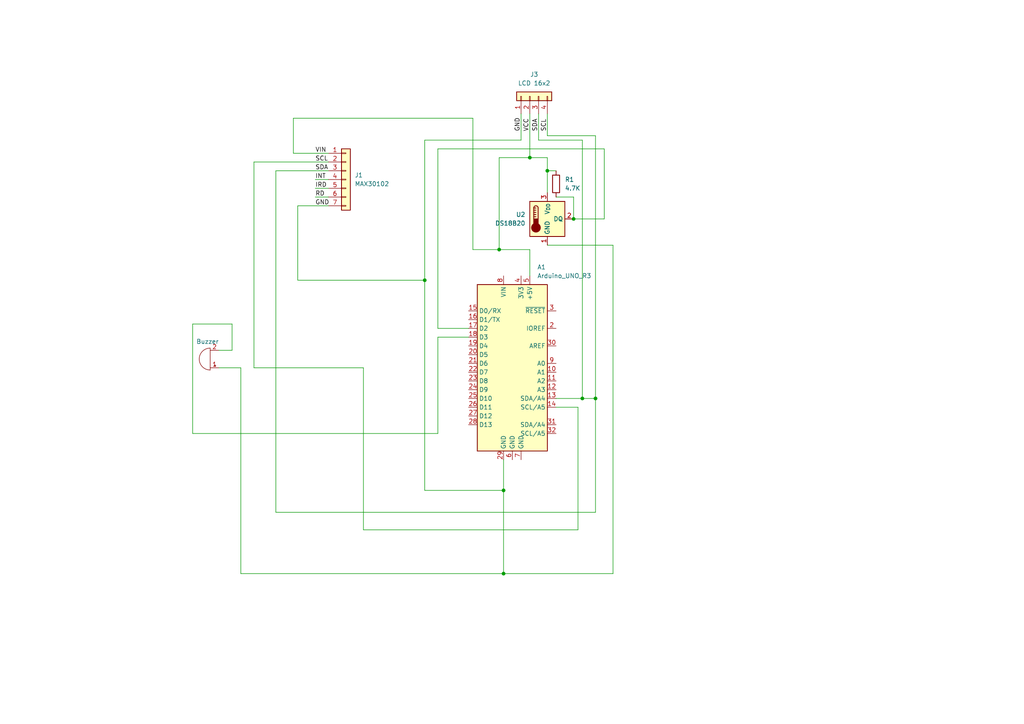
<source format=kicad_sch>
(kicad_sch
	(version 20250114)
	(generator "eeschema")
	(generator_version "9.0")
	(uuid "2d93e88d-08fb-4cf3-97d7-a2cfb6eb5d85")
	(paper "A4")
	(lib_symbols
		(symbol "Connector_Generic:Conn_01x04"
			(pin_names
				(offset 1.016)
				(hide yes)
			)
			(exclude_from_sim no)
			(in_bom yes)
			(on_board yes)
			(property "Reference" "J"
				(at 0 5.08 0)
				(effects
					(font
						(size 1.27 1.27)
					)
				)
			)
			(property "Value" "Conn_01x04"
				(at 0 -7.62 0)
				(effects
					(font
						(size 1.27 1.27)
					)
				)
			)
			(property "Footprint" ""
				(at 0 0 0)
				(effects
					(font
						(size 1.27 1.27)
					)
					(hide yes)
				)
			)
			(property "Datasheet" "~"
				(at 0 0 0)
				(effects
					(font
						(size 1.27 1.27)
					)
					(hide yes)
				)
			)
			(property "Description" "Generic connector, single row, 01x04, script generated (kicad-library-utils/schlib/autogen/connector/)"
				(at 0 0 0)
				(effects
					(font
						(size 1.27 1.27)
					)
					(hide yes)
				)
			)
			(property "ki_keywords" "connector"
				(at 0 0 0)
				(effects
					(font
						(size 1.27 1.27)
					)
					(hide yes)
				)
			)
			(property "ki_fp_filters" "Connector*:*_1x??_*"
				(at 0 0 0)
				(effects
					(font
						(size 1.27 1.27)
					)
					(hide yes)
				)
			)
			(symbol "Conn_01x04_1_1"
				(rectangle
					(start -1.27 3.81)
					(end 1.27 -6.35)
					(stroke
						(width 0.254)
						(type default)
					)
					(fill
						(type background)
					)
				)
				(rectangle
					(start -1.27 2.667)
					(end 0 2.413)
					(stroke
						(width 0.1524)
						(type default)
					)
					(fill
						(type none)
					)
				)
				(rectangle
					(start -1.27 0.127)
					(end 0 -0.127)
					(stroke
						(width 0.1524)
						(type default)
					)
					(fill
						(type none)
					)
				)
				(rectangle
					(start -1.27 -2.413)
					(end 0 -2.667)
					(stroke
						(width 0.1524)
						(type default)
					)
					(fill
						(type none)
					)
				)
				(rectangle
					(start -1.27 -4.953)
					(end 0 -5.207)
					(stroke
						(width 0.1524)
						(type default)
					)
					(fill
						(type none)
					)
				)
				(pin passive line
					(at -5.08 2.54 0)
					(length 3.81)
					(name "Pin_1"
						(effects
							(font
								(size 1.27 1.27)
							)
						)
					)
					(number "1"
						(effects
							(font
								(size 1.27 1.27)
							)
						)
					)
				)
				(pin passive line
					(at -5.08 0 0)
					(length 3.81)
					(name "Pin_2"
						(effects
							(font
								(size 1.27 1.27)
							)
						)
					)
					(number "2"
						(effects
							(font
								(size 1.27 1.27)
							)
						)
					)
				)
				(pin passive line
					(at -5.08 -2.54 0)
					(length 3.81)
					(name "Pin_3"
						(effects
							(font
								(size 1.27 1.27)
							)
						)
					)
					(number "3"
						(effects
							(font
								(size 1.27 1.27)
							)
						)
					)
				)
				(pin passive line
					(at -5.08 -5.08 0)
					(length 3.81)
					(name "Pin_4"
						(effects
							(font
								(size 1.27 1.27)
							)
						)
					)
					(number "4"
						(effects
							(font
								(size 1.27 1.27)
							)
						)
					)
				)
			)
			(embedded_fonts no)
		)
		(symbol "Connector_Generic:Conn_01x07"
			(pin_names
				(offset 1.016)
				(hide yes)
			)
			(exclude_from_sim no)
			(in_bom yes)
			(on_board yes)
			(property "Reference" "J"
				(at 0 10.16 0)
				(effects
					(font
						(size 1.27 1.27)
					)
				)
			)
			(property "Value" "Conn_01x07"
				(at 0 -10.16 0)
				(effects
					(font
						(size 1.27 1.27)
					)
				)
			)
			(property "Footprint" ""
				(at 0 0 0)
				(effects
					(font
						(size 1.27 1.27)
					)
					(hide yes)
				)
			)
			(property "Datasheet" "~"
				(at 0 0 0)
				(effects
					(font
						(size 1.27 1.27)
					)
					(hide yes)
				)
			)
			(property "Description" "Generic connector, single row, 01x07, script generated (kicad-library-utils/schlib/autogen/connector/)"
				(at 0 0 0)
				(effects
					(font
						(size 1.27 1.27)
					)
					(hide yes)
				)
			)
			(property "ki_keywords" "connector"
				(at 0 0 0)
				(effects
					(font
						(size 1.27 1.27)
					)
					(hide yes)
				)
			)
			(property "ki_fp_filters" "Connector*:*_1x??_*"
				(at 0 0 0)
				(effects
					(font
						(size 1.27 1.27)
					)
					(hide yes)
				)
			)
			(symbol "Conn_01x07_1_1"
				(rectangle
					(start -1.27 8.89)
					(end 1.27 -8.89)
					(stroke
						(width 0.254)
						(type default)
					)
					(fill
						(type background)
					)
				)
				(rectangle
					(start -1.27 7.747)
					(end 0 7.493)
					(stroke
						(width 0.1524)
						(type default)
					)
					(fill
						(type none)
					)
				)
				(rectangle
					(start -1.27 5.207)
					(end 0 4.953)
					(stroke
						(width 0.1524)
						(type default)
					)
					(fill
						(type none)
					)
				)
				(rectangle
					(start -1.27 2.667)
					(end 0 2.413)
					(stroke
						(width 0.1524)
						(type default)
					)
					(fill
						(type none)
					)
				)
				(rectangle
					(start -1.27 0.127)
					(end 0 -0.127)
					(stroke
						(width 0.1524)
						(type default)
					)
					(fill
						(type none)
					)
				)
				(rectangle
					(start -1.27 -2.413)
					(end 0 -2.667)
					(stroke
						(width 0.1524)
						(type default)
					)
					(fill
						(type none)
					)
				)
				(rectangle
					(start -1.27 -4.953)
					(end 0 -5.207)
					(stroke
						(width 0.1524)
						(type default)
					)
					(fill
						(type none)
					)
				)
				(rectangle
					(start -1.27 -7.493)
					(end 0 -7.747)
					(stroke
						(width 0.1524)
						(type default)
					)
					(fill
						(type none)
					)
				)
				(pin passive line
					(at -5.08 7.62 0)
					(length 3.81)
					(name "Pin_1"
						(effects
							(font
								(size 1.27 1.27)
							)
						)
					)
					(number "1"
						(effects
							(font
								(size 1.27 1.27)
							)
						)
					)
				)
				(pin passive line
					(at -5.08 5.08 0)
					(length 3.81)
					(name "Pin_2"
						(effects
							(font
								(size 1.27 1.27)
							)
						)
					)
					(number "2"
						(effects
							(font
								(size 1.27 1.27)
							)
						)
					)
				)
				(pin passive line
					(at -5.08 2.54 0)
					(length 3.81)
					(name "Pin_3"
						(effects
							(font
								(size 1.27 1.27)
							)
						)
					)
					(number "3"
						(effects
							(font
								(size 1.27 1.27)
							)
						)
					)
				)
				(pin passive line
					(at -5.08 0 0)
					(length 3.81)
					(name "Pin_4"
						(effects
							(font
								(size 1.27 1.27)
							)
						)
					)
					(number "4"
						(effects
							(font
								(size 1.27 1.27)
							)
						)
					)
				)
				(pin passive line
					(at -5.08 -2.54 0)
					(length 3.81)
					(name "Pin_5"
						(effects
							(font
								(size 1.27 1.27)
							)
						)
					)
					(number "5"
						(effects
							(font
								(size 1.27 1.27)
							)
						)
					)
				)
				(pin passive line
					(at -5.08 -5.08 0)
					(length 3.81)
					(name "Pin_6"
						(effects
							(font
								(size 1.27 1.27)
							)
						)
					)
					(number "6"
						(effects
							(font
								(size 1.27 1.27)
							)
						)
					)
				)
				(pin passive line
					(at -5.08 -7.62 0)
					(length 3.81)
					(name "Pin_7"
						(effects
							(font
								(size 1.27 1.27)
							)
						)
					)
					(number "7"
						(effects
							(font
								(size 1.27 1.27)
							)
						)
					)
				)
			)
			(embedded_fonts no)
		)
		(symbol "Device:Buzzer"
			(pin_names
				(offset 0.0254)
				(hide yes)
			)
			(exclude_from_sim no)
			(in_bom yes)
			(on_board yes)
			(property "Reference" "BZ"
				(at 3.81 1.27 0)
				(effects
					(font
						(size 1.27 1.27)
					)
					(justify left)
				)
			)
			(property "Value" "Buzzer"
				(at 3.81 -1.27 0)
				(effects
					(font
						(size 1.27 1.27)
					)
					(justify left)
				)
			)
			(property "Footprint" ""
				(at -0.635 2.54 90)
				(effects
					(font
						(size 1.27 1.27)
					)
					(hide yes)
				)
			)
			(property "Datasheet" "~"
				(at -0.635 2.54 90)
				(effects
					(font
						(size 1.27 1.27)
					)
					(hide yes)
				)
			)
			(property "Description" "Buzzer, polarized"
				(at 0 0 0)
				(effects
					(font
						(size 1.27 1.27)
					)
					(hide yes)
				)
			)
			(property "ki_keywords" "quartz resonator ceramic"
				(at 0 0 0)
				(effects
					(font
						(size 1.27 1.27)
					)
					(hide yes)
				)
			)
			(property "ki_fp_filters" "*Buzzer*"
				(at 0 0 0)
				(effects
					(font
						(size 1.27 1.27)
					)
					(hide yes)
				)
			)
			(symbol "Buzzer_0_1"
				(polyline
					(pts
						(xy -1.651 1.905) (xy -1.143 1.905)
					)
					(stroke
						(width 0)
						(type default)
					)
					(fill
						(type none)
					)
				)
				(polyline
					(pts
						(xy -1.397 2.159) (xy -1.397 1.651)
					)
					(stroke
						(width 0)
						(type default)
					)
					(fill
						(type none)
					)
				)
				(arc
					(start 0 3.175)
					(mid 3.1612 0)
					(end 0 -3.175)
					(stroke
						(width 0)
						(type default)
					)
					(fill
						(type none)
					)
				)
				(polyline
					(pts
						(xy 0 3.175) (xy 0 -3.175)
					)
					(stroke
						(width 0)
						(type default)
					)
					(fill
						(type none)
					)
				)
			)
			(symbol "Buzzer_1_1"
				(pin passive line
					(at -2.54 2.54 0)
					(length 2.54)
					(name "+"
						(effects
							(font
								(size 1.27 1.27)
							)
						)
					)
					(number "1"
						(effects
							(font
								(size 1.27 1.27)
							)
						)
					)
				)
				(pin passive line
					(at -2.54 -2.54 0)
					(length 2.54)
					(name "-"
						(effects
							(font
								(size 1.27 1.27)
							)
						)
					)
					(number "2"
						(effects
							(font
								(size 1.27 1.27)
							)
						)
					)
				)
			)
			(embedded_fonts no)
		)
		(symbol "Device:R"
			(pin_numbers
				(hide yes)
			)
			(pin_names
				(offset 0)
			)
			(exclude_from_sim no)
			(in_bom yes)
			(on_board yes)
			(property "Reference" "R"
				(at 2.032 0 90)
				(effects
					(font
						(size 1.27 1.27)
					)
				)
			)
			(property "Value" "R"
				(at 0 0 90)
				(effects
					(font
						(size 1.27 1.27)
					)
				)
			)
			(property "Footprint" ""
				(at -1.778 0 90)
				(effects
					(font
						(size 1.27 1.27)
					)
					(hide yes)
				)
			)
			(property "Datasheet" "~"
				(at 0 0 0)
				(effects
					(font
						(size 1.27 1.27)
					)
					(hide yes)
				)
			)
			(property "Description" "Resistor"
				(at 0 0 0)
				(effects
					(font
						(size 1.27 1.27)
					)
					(hide yes)
				)
			)
			(property "ki_keywords" "R res resistor"
				(at 0 0 0)
				(effects
					(font
						(size 1.27 1.27)
					)
					(hide yes)
				)
			)
			(property "ki_fp_filters" "R_*"
				(at 0 0 0)
				(effects
					(font
						(size 1.27 1.27)
					)
					(hide yes)
				)
			)
			(symbol "R_0_1"
				(rectangle
					(start -1.016 -2.54)
					(end 1.016 2.54)
					(stroke
						(width 0.254)
						(type default)
					)
					(fill
						(type none)
					)
				)
			)
			(symbol "R_1_1"
				(pin passive line
					(at 0 3.81 270)
					(length 1.27)
					(name "~"
						(effects
							(font
								(size 1.27 1.27)
							)
						)
					)
					(number "1"
						(effects
							(font
								(size 1.27 1.27)
							)
						)
					)
				)
				(pin passive line
					(at 0 -3.81 90)
					(length 1.27)
					(name "~"
						(effects
							(font
								(size 1.27 1.27)
							)
						)
					)
					(number "2"
						(effects
							(font
								(size 1.27 1.27)
							)
						)
					)
				)
			)
			(embedded_fonts no)
		)
		(symbol "MCU_Module:Arduino_UNO_R3"
			(exclude_from_sim no)
			(in_bom yes)
			(on_board yes)
			(property "Reference" "A"
				(at -10.16 23.495 0)
				(effects
					(font
						(size 1.27 1.27)
					)
					(justify left bottom)
				)
			)
			(property "Value" "Arduino_UNO_R3"
				(at 5.08 -26.67 0)
				(effects
					(font
						(size 1.27 1.27)
					)
					(justify left top)
				)
			)
			(property "Footprint" "Module:Arduino_UNO_R3"
				(at 0 0 0)
				(effects
					(font
						(size 1.27 1.27)
						(italic yes)
					)
					(hide yes)
				)
			)
			(property "Datasheet" "https://www.arduino.cc/en/Main/arduinoBoardUno"
				(at 0 0 0)
				(effects
					(font
						(size 1.27 1.27)
					)
					(hide yes)
				)
			)
			(property "Description" "Arduino UNO Microcontroller Module, release 3"
				(at 0 0 0)
				(effects
					(font
						(size 1.27 1.27)
					)
					(hide yes)
				)
			)
			(property "ki_keywords" "Arduino UNO R3 Microcontroller Module Atmel AVR USB"
				(at 0 0 0)
				(effects
					(font
						(size 1.27 1.27)
					)
					(hide yes)
				)
			)
			(property "ki_fp_filters" "Arduino*UNO*R3*"
				(at 0 0 0)
				(effects
					(font
						(size 1.27 1.27)
					)
					(hide yes)
				)
			)
			(symbol "Arduino_UNO_R3_0_1"
				(rectangle
					(start -10.16 22.86)
					(end 10.16 -25.4)
					(stroke
						(width 0.254)
						(type default)
					)
					(fill
						(type background)
					)
				)
			)
			(symbol "Arduino_UNO_R3_1_1"
				(pin bidirectional line
					(at -12.7 15.24 0)
					(length 2.54)
					(name "D0/RX"
						(effects
							(font
								(size 1.27 1.27)
							)
						)
					)
					(number "15"
						(effects
							(font
								(size 1.27 1.27)
							)
						)
					)
				)
				(pin bidirectional line
					(at -12.7 12.7 0)
					(length 2.54)
					(name "D1/TX"
						(effects
							(font
								(size 1.27 1.27)
							)
						)
					)
					(number "16"
						(effects
							(font
								(size 1.27 1.27)
							)
						)
					)
				)
				(pin bidirectional line
					(at -12.7 10.16 0)
					(length 2.54)
					(name "D2"
						(effects
							(font
								(size 1.27 1.27)
							)
						)
					)
					(number "17"
						(effects
							(font
								(size 1.27 1.27)
							)
						)
					)
				)
				(pin bidirectional line
					(at -12.7 7.62 0)
					(length 2.54)
					(name "D3"
						(effects
							(font
								(size 1.27 1.27)
							)
						)
					)
					(number "18"
						(effects
							(font
								(size 1.27 1.27)
							)
						)
					)
				)
				(pin bidirectional line
					(at -12.7 5.08 0)
					(length 2.54)
					(name "D4"
						(effects
							(font
								(size 1.27 1.27)
							)
						)
					)
					(number "19"
						(effects
							(font
								(size 1.27 1.27)
							)
						)
					)
				)
				(pin bidirectional line
					(at -12.7 2.54 0)
					(length 2.54)
					(name "D5"
						(effects
							(font
								(size 1.27 1.27)
							)
						)
					)
					(number "20"
						(effects
							(font
								(size 1.27 1.27)
							)
						)
					)
				)
				(pin bidirectional line
					(at -12.7 0 0)
					(length 2.54)
					(name "D6"
						(effects
							(font
								(size 1.27 1.27)
							)
						)
					)
					(number "21"
						(effects
							(font
								(size 1.27 1.27)
							)
						)
					)
				)
				(pin bidirectional line
					(at -12.7 -2.54 0)
					(length 2.54)
					(name "D7"
						(effects
							(font
								(size 1.27 1.27)
							)
						)
					)
					(number "22"
						(effects
							(font
								(size 1.27 1.27)
							)
						)
					)
				)
				(pin bidirectional line
					(at -12.7 -5.08 0)
					(length 2.54)
					(name "D8"
						(effects
							(font
								(size 1.27 1.27)
							)
						)
					)
					(number "23"
						(effects
							(font
								(size 1.27 1.27)
							)
						)
					)
				)
				(pin bidirectional line
					(at -12.7 -7.62 0)
					(length 2.54)
					(name "D9"
						(effects
							(font
								(size 1.27 1.27)
							)
						)
					)
					(number "24"
						(effects
							(font
								(size 1.27 1.27)
							)
						)
					)
				)
				(pin bidirectional line
					(at -12.7 -10.16 0)
					(length 2.54)
					(name "D10"
						(effects
							(font
								(size 1.27 1.27)
							)
						)
					)
					(number "25"
						(effects
							(font
								(size 1.27 1.27)
							)
						)
					)
				)
				(pin bidirectional line
					(at -12.7 -12.7 0)
					(length 2.54)
					(name "D11"
						(effects
							(font
								(size 1.27 1.27)
							)
						)
					)
					(number "26"
						(effects
							(font
								(size 1.27 1.27)
							)
						)
					)
				)
				(pin bidirectional line
					(at -12.7 -15.24 0)
					(length 2.54)
					(name "D12"
						(effects
							(font
								(size 1.27 1.27)
							)
						)
					)
					(number "27"
						(effects
							(font
								(size 1.27 1.27)
							)
						)
					)
				)
				(pin bidirectional line
					(at -12.7 -17.78 0)
					(length 2.54)
					(name "D13"
						(effects
							(font
								(size 1.27 1.27)
							)
						)
					)
					(number "28"
						(effects
							(font
								(size 1.27 1.27)
							)
						)
					)
				)
				(pin no_connect line
					(at -10.16 -20.32 0)
					(length 2.54)
					(hide yes)
					(name "NC"
						(effects
							(font
								(size 1.27 1.27)
							)
						)
					)
					(number "1"
						(effects
							(font
								(size 1.27 1.27)
							)
						)
					)
				)
				(pin power_in line
					(at -2.54 25.4 270)
					(length 2.54)
					(name "VIN"
						(effects
							(font
								(size 1.27 1.27)
							)
						)
					)
					(number "8"
						(effects
							(font
								(size 1.27 1.27)
							)
						)
					)
				)
				(pin power_in line
					(at -2.54 -27.94 90)
					(length 2.54)
					(name "GND"
						(effects
							(font
								(size 1.27 1.27)
							)
						)
					)
					(number "29"
						(effects
							(font
								(size 1.27 1.27)
							)
						)
					)
				)
				(pin power_in line
					(at 0 -27.94 90)
					(length 2.54)
					(name "GND"
						(effects
							(font
								(size 1.27 1.27)
							)
						)
					)
					(number "6"
						(effects
							(font
								(size 1.27 1.27)
							)
						)
					)
				)
				(pin power_out line
					(at 2.54 25.4 270)
					(length 2.54)
					(name "3V3"
						(effects
							(font
								(size 1.27 1.27)
							)
						)
					)
					(number "4"
						(effects
							(font
								(size 1.27 1.27)
							)
						)
					)
				)
				(pin power_in line
					(at 2.54 -27.94 90)
					(length 2.54)
					(name "GND"
						(effects
							(font
								(size 1.27 1.27)
							)
						)
					)
					(number "7"
						(effects
							(font
								(size 1.27 1.27)
							)
						)
					)
				)
				(pin power_out line
					(at 5.08 25.4 270)
					(length 2.54)
					(name "+5V"
						(effects
							(font
								(size 1.27 1.27)
							)
						)
					)
					(number "5"
						(effects
							(font
								(size 1.27 1.27)
							)
						)
					)
				)
				(pin input line
					(at 12.7 15.24 180)
					(length 2.54)
					(name "~{RESET}"
						(effects
							(font
								(size 1.27 1.27)
							)
						)
					)
					(number "3"
						(effects
							(font
								(size 1.27 1.27)
							)
						)
					)
				)
				(pin output line
					(at 12.7 10.16 180)
					(length 2.54)
					(name "IOREF"
						(effects
							(font
								(size 1.27 1.27)
							)
						)
					)
					(number "2"
						(effects
							(font
								(size 1.27 1.27)
							)
						)
					)
				)
				(pin input line
					(at 12.7 5.08 180)
					(length 2.54)
					(name "AREF"
						(effects
							(font
								(size 1.27 1.27)
							)
						)
					)
					(number "30"
						(effects
							(font
								(size 1.27 1.27)
							)
						)
					)
				)
				(pin bidirectional line
					(at 12.7 0 180)
					(length 2.54)
					(name "A0"
						(effects
							(font
								(size 1.27 1.27)
							)
						)
					)
					(number "9"
						(effects
							(font
								(size 1.27 1.27)
							)
						)
					)
				)
				(pin bidirectional line
					(at 12.7 -2.54 180)
					(length 2.54)
					(name "A1"
						(effects
							(font
								(size 1.27 1.27)
							)
						)
					)
					(number "10"
						(effects
							(font
								(size 1.27 1.27)
							)
						)
					)
				)
				(pin bidirectional line
					(at 12.7 -5.08 180)
					(length 2.54)
					(name "A2"
						(effects
							(font
								(size 1.27 1.27)
							)
						)
					)
					(number "11"
						(effects
							(font
								(size 1.27 1.27)
							)
						)
					)
				)
				(pin bidirectional line
					(at 12.7 -7.62 180)
					(length 2.54)
					(name "A3"
						(effects
							(font
								(size 1.27 1.27)
							)
						)
					)
					(number "12"
						(effects
							(font
								(size 1.27 1.27)
							)
						)
					)
				)
				(pin bidirectional line
					(at 12.7 -10.16 180)
					(length 2.54)
					(name "SDA/A4"
						(effects
							(font
								(size 1.27 1.27)
							)
						)
					)
					(number "13"
						(effects
							(font
								(size 1.27 1.27)
							)
						)
					)
				)
				(pin bidirectional line
					(at 12.7 -12.7 180)
					(length 2.54)
					(name "SCL/A5"
						(effects
							(font
								(size 1.27 1.27)
							)
						)
					)
					(number "14"
						(effects
							(font
								(size 1.27 1.27)
							)
						)
					)
				)
				(pin bidirectional line
					(at 12.7 -17.78 180)
					(length 2.54)
					(name "SDA/A4"
						(effects
							(font
								(size 1.27 1.27)
							)
						)
					)
					(number "31"
						(effects
							(font
								(size 1.27 1.27)
							)
						)
					)
				)
				(pin bidirectional line
					(at 12.7 -20.32 180)
					(length 2.54)
					(name "SCL/A5"
						(effects
							(font
								(size 1.27 1.27)
							)
						)
					)
					(number "32"
						(effects
							(font
								(size 1.27 1.27)
							)
						)
					)
				)
			)
			(embedded_fonts no)
		)
		(symbol "Sensor_Temperature:DS18B20"
			(exclude_from_sim no)
			(in_bom yes)
			(on_board yes)
			(property "Reference" "U"
				(at -3.81 6.35 0)
				(effects
					(font
						(size 1.27 1.27)
					)
				)
			)
			(property "Value" "DS18B20"
				(at 6.35 6.35 0)
				(effects
					(font
						(size 1.27 1.27)
					)
				)
			)
			(property "Footprint" "Package_TO_SOT_THT:TO-92_Inline"
				(at -25.4 -6.35 0)
				(effects
					(font
						(size 1.27 1.27)
					)
					(hide yes)
				)
			)
			(property "Datasheet" "http://datasheets.maximintegrated.com/en/ds/DS18B20.pdf"
				(at -3.81 6.35 0)
				(effects
					(font
						(size 1.27 1.27)
					)
					(hide yes)
				)
			)
			(property "Description" "Programmable Resolution 1-Wire Digital Thermometer TO-92"
				(at 0 0 0)
				(effects
					(font
						(size 1.27 1.27)
					)
					(hide yes)
				)
			)
			(property "ki_keywords" "OneWire 1Wire Dallas Maxim"
				(at 0 0 0)
				(effects
					(font
						(size 1.27 1.27)
					)
					(hide yes)
				)
			)
			(property "ki_fp_filters" "TO*92*"
				(at 0 0 0)
				(effects
					(font
						(size 1.27 1.27)
					)
					(hide yes)
				)
			)
			(symbol "DS18B20_0_1"
				(rectangle
					(start -5.08 5.08)
					(end 5.08 -5.08)
					(stroke
						(width 0.254)
						(type default)
					)
					(fill
						(type background)
					)
				)
				(polyline
					(pts
						(xy -3.937 3.175) (xy -3.937 0)
					)
					(stroke
						(width 0.254)
						(type default)
					)
					(fill
						(type none)
					)
				)
				(polyline
					(pts
						(xy -3.937 3.175) (xy -3.302 3.175)
					)
					(stroke
						(width 0.254)
						(type default)
					)
					(fill
						(type none)
					)
				)
				(polyline
					(pts
						(xy -3.937 2.54) (xy -3.302 2.54)
					)
					(stroke
						(width 0.254)
						(type default)
					)
					(fill
						(type none)
					)
				)
				(polyline
					(pts
						(xy -3.937 1.905) (xy -3.302 1.905)
					)
					(stroke
						(width 0.254)
						(type default)
					)
					(fill
						(type none)
					)
				)
				(polyline
					(pts
						(xy -3.937 1.27) (xy -3.302 1.27)
					)
					(stroke
						(width 0.254)
						(type default)
					)
					(fill
						(type none)
					)
				)
				(polyline
					(pts
						(xy -3.937 0.635) (xy -3.302 0.635)
					)
					(stroke
						(width 0.254)
						(type default)
					)
					(fill
						(type none)
					)
				)
				(arc
					(start -3.937 3.175)
					(mid -3.302 3.8073)
					(end -2.667 3.175)
					(stroke
						(width 0.254)
						(type default)
					)
					(fill
						(type none)
					)
				)
				(circle
					(center -3.302 -2.54)
					(radius 1.27)
					(stroke
						(width 0.254)
						(type default)
					)
					(fill
						(type outline)
					)
				)
				(polyline
					(pts
						(xy -2.667 3.175) (xy -2.667 0)
					)
					(stroke
						(width 0.254)
						(type default)
					)
					(fill
						(type none)
					)
				)
				(rectangle
					(start -2.667 -1.905)
					(end -3.937 0)
					(stroke
						(width 0.254)
						(type default)
					)
					(fill
						(type outline)
					)
				)
			)
			(symbol "DS18B20_1_1"
				(pin power_in line
					(at 0 7.62 270)
					(length 2.54)
					(name "V_{DD}"
						(effects
							(font
								(size 1.27 1.27)
							)
						)
					)
					(number "3"
						(effects
							(font
								(size 1.27 1.27)
							)
						)
					)
				)
				(pin power_in line
					(at 0 -7.62 90)
					(length 2.54)
					(name "GND"
						(effects
							(font
								(size 1.27 1.27)
							)
						)
					)
					(number "1"
						(effects
							(font
								(size 1.27 1.27)
							)
						)
					)
				)
				(pin bidirectional line
					(at 7.62 0 180)
					(length 2.54)
					(name "DQ"
						(effects
							(font
								(size 1.27 1.27)
							)
						)
					)
					(number "2"
						(effects
							(font
								(size 1.27 1.27)
							)
						)
					)
				)
			)
			(embedded_fonts no)
		)
	)
	(junction
		(at 172.72 115.57)
		(diameter 0)
		(color 0 0 0 0)
		(uuid "42ebed80-3a9b-4ddd-a4f5-3a75e4b7e30e")
	)
	(junction
		(at 158.75 49.53)
		(diameter 0)
		(color 0 0 0 0)
		(uuid "67de3d31-04df-463b-b382-bdae0e1bc168")
	)
	(junction
		(at 168.91 115.57)
		(diameter 0)
		(color 0 0 0 0)
		(uuid "75038e0f-d7fb-4f6b-99cc-48b7fd70368b")
	)
	(junction
		(at 166.37 63.5)
		(diameter 0)
		(color 0 0 0 0)
		(uuid "8d7626c6-616e-409d-abf8-33b439374353")
	)
	(junction
		(at 144.78 72.39)
		(diameter 0)
		(color 0 0 0 0)
		(uuid "ab0f3779-0c02-4e10-9a99-d19030002cd3")
	)
	(junction
		(at 153.67 45.72)
		(diameter 0)
		(color 0 0 0 0)
		(uuid "bb1ba601-ca8c-4006-baae-16f863895e45")
	)
	(junction
		(at 146.05 142.24)
		(diameter 0)
		(color 0 0 0 0)
		(uuid "be2f826d-0f92-4531-a01c-cb934ad5356f")
	)
	(junction
		(at 146.05 166.37)
		(diameter 0)
		(color 0 0 0 0)
		(uuid "fc327beb-e9f9-4991-9c7d-a5cb7d5ee7dd")
	)
	(junction
		(at 123.19 81.28)
		(diameter 0)
		(color 0 0 0 0)
		(uuid "fcdcaf51-dce5-4181-a002-9e5a65c97032")
	)
	(wire
		(pts
			(xy 158.75 71.12) (xy 177.8 71.12)
		)
		(stroke
			(width 0)
			(type default)
		)
		(uuid "007fb2f8-1aed-43e2-af62-f895a164ce90")
	)
	(wire
		(pts
			(xy 69.85 106.68) (xy 69.85 166.37)
		)
		(stroke
			(width 0)
			(type default)
		)
		(uuid "0cfbe9dc-250c-4cf2-a90c-57ce6f57d63b")
	)
	(wire
		(pts
			(xy 144.78 45.72) (xy 144.78 72.39)
		)
		(stroke
			(width 0)
			(type default)
		)
		(uuid "0e97068e-950c-4eac-9b46-999a6a3e3204")
	)
	(wire
		(pts
			(xy 127 95.25) (xy 135.89 95.25)
		)
		(stroke
			(width 0)
			(type default)
		)
		(uuid "0f664ccb-8e5b-47c7-bbab-4c3fbe468eb8")
	)
	(wire
		(pts
			(xy 151.13 33.02) (xy 151.13 40.64)
		)
		(stroke
			(width 0)
			(type default)
		)
		(uuid "12bd6ad4-e555-40d4-9cc3-ba17b2d63a07")
	)
	(wire
		(pts
			(xy 166.37 57.15) (xy 166.37 63.5)
		)
		(stroke
			(width 0)
			(type default)
		)
		(uuid "167c6174-2745-436e-b007-48197da028e8")
	)
	(wire
		(pts
			(xy 168.91 40.64) (xy 168.91 115.57)
		)
		(stroke
			(width 0)
			(type default)
		)
		(uuid "168b8122-762c-45e9-badf-9579ff8b5e88")
	)
	(wire
		(pts
			(xy 67.31 101.6) (xy 67.31 93.98)
		)
		(stroke
			(width 0)
			(type default)
		)
		(uuid "171ee7d2-409f-4257-ba01-682d521f0114")
	)
	(wire
		(pts
			(xy 153.67 72.39) (xy 153.67 80.01)
		)
		(stroke
			(width 0)
			(type default)
		)
		(uuid "186425eb-607a-43e3-951b-2dfb9675dfd3")
	)
	(wire
		(pts
			(xy 55.88 125.73) (xy 127 125.73)
		)
		(stroke
			(width 0)
			(type default)
		)
		(uuid "18b268ca-506a-4f3d-8099-b83737076cbb")
	)
	(wire
		(pts
			(xy 123.19 81.28) (xy 86.36 81.28)
		)
		(stroke
			(width 0)
			(type default)
		)
		(uuid "1d09e523-72d9-4ea3-8b6f-1c036abdccdd")
	)
	(wire
		(pts
			(xy 158.75 39.37) (xy 172.72 39.37)
		)
		(stroke
			(width 0)
			(type default)
		)
		(uuid "24e83502-155c-4021-8eb7-6df7e786c644")
	)
	(wire
		(pts
			(xy 156.21 33.02) (xy 156.21 40.64)
		)
		(stroke
			(width 0)
			(type default)
		)
		(uuid "26270b7c-41ce-4461-9808-5a87ba1be526")
	)
	(wire
		(pts
			(xy 172.72 148.59) (xy 172.72 115.57)
		)
		(stroke
			(width 0)
			(type default)
		)
		(uuid "277ad41c-cfd9-453a-aac0-041d0d165171")
	)
	(wire
		(pts
			(xy 167.64 153.67) (xy 167.64 118.11)
		)
		(stroke
			(width 0)
			(type default)
		)
		(uuid "30a727ef-1197-4bd5-9eaa-9acbfb680bfc")
	)
	(wire
		(pts
			(xy 73.66 106.68) (xy 73.66 46.99)
		)
		(stroke
			(width 0)
			(type default)
		)
		(uuid "31142fb3-bbba-419d-86e2-f53f93e34b30")
	)
	(wire
		(pts
			(xy 85.09 44.45) (xy 85.09 34.29)
		)
		(stroke
			(width 0)
			(type default)
		)
		(uuid "35ef6808-c6fc-40cd-ba16-262c8855dcb8")
	)
	(wire
		(pts
			(xy 144.78 72.39) (xy 153.67 72.39)
		)
		(stroke
			(width 0)
			(type default)
		)
		(uuid "3aa8568e-6cf9-4441-b4b4-bf6d08f4430b")
	)
	(wire
		(pts
			(xy 137.16 34.29) (xy 137.16 72.39)
		)
		(stroke
			(width 0)
			(type default)
		)
		(uuid "3fb40baa-5423-4a25-95d3-7974a1d6d027")
	)
	(wire
		(pts
			(xy 105.41 106.68) (xy 105.41 153.67)
		)
		(stroke
			(width 0)
			(type default)
		)
		(uuid "4093de1c-9e44-4ea7-b78b-257e1f3bffb8")
	)
	(wire
		(pts
			(xy 156.21 40.64) (xy 168.91 40.64)
		)
		(stroke
			(width 0)
			(type default)
		)
		(uuid "43195042-0dda-408d-977c-8e850cff786d")
	)
	(wire
		(pts
			(xy 123.19 81.28) (xy 123.19 142.24)
		)
		(stroke
			(width 0)
			(type default)
		)
		(uuid "4bc410fa-705a-4d57-bf63-f4ad0ae1b7fe")
	)
	(wire
		(pts
			(xy 105.41 153.67) (xy 167.64 153.67)
		)
		(stroke
			(width 0)
			(type default)
		)
		(uuid "4e7e2abc-c9c5-43f2-a252-972b8982c137")
	)
	(wire
		(pts
			(xy 80.01 148.59) (xy 172.72 148.59)
		)
		(stroke
			(width 0)
			(type default)
		)
		(uuid "4fb2032d-b38d-419f-9174-bf035bdc218d")
	)
	(wire
		(pts
			(xy 166.37 63.5) (xy 175.26 63.5)
		)
		(stroke
			(width 0)
			(type default)
		)
		(uuid "55167119-ed90-47e4-8d79-123a2576b20c")
	)
	(wire
		(pts
			(xy 153.67 45.72) (xy 144.78 45.72)
		)
		(stroke
			(width 0)
			(type default)
		)
		(uuid "5567cd20-5ade-4923-bfd4-f9ab2c7d572e")
	)
	(wire
		(pts
			(xy 158.75 39.37) (xy 158.75 33.02)
		)
		(stroke
			(width 0)
			(type default)
		)
		(uuid "5f497f52-cda9-4f99-9233-3a382fe9711b")
	)
	(wire
		(pts
			(xy 153.67 33.02) (xy 153.67 45.72)
		)
		(stroke
			(width 0)
			(type default)
		)
		(uuid "62de29ab-2fc0-4c60-ad07-a5e3329036b9")
	)
	(wire
		(pts
			(xy 127 97.79) (xy 135.89 97.79)
		)
		(stroke
			(width 0)
			(type default)
		)
		(uuid "6521e350-2eee-4205-98bc-dfc728c4ff99")
	)
	(wire
		(pts
			(xy 91.44 52.07) (xy 95.25 52.07)
		)
		(stroke
			(width 0)
			(type default)
		)
		(uuid "66ae08fe-c41e-411a-91f4-a66c12d03906")
	)
	(wire
		(pts
			(xy 151.13 40.64) (xy 123.19 40.64)
		)
		(stroke
			(width 0)
			(type default)
		)
		(uuid "67e3c399-5122-4535-bfbc-ae2e74746dac")
	)
	(wire
		(pts
			(xy 158.75 45.72) (xy 158.75 49.53)
		)
		(stroke
			(width 0)
			(type default)
		)
		(uuid "6d7b8d22-1b73-4b29-b271-afe3fb5632a6")
	)
	(wire
		(pts
			(xy 85.09 34.29) (xy 137.16 34.29)
		)
		(stroke
			(width 0)
			(type default)
		)
		(uuid "6dc27640-40c2-4e15-9a38-39acd2152e56")
	)
	(wire
		(pts
			(xy 91.44 57.15) (xy 95.25 57.15)
		)
		(stroke
			(width 0)
			(type default)
		)
		(uuid "717b9abe-f847-4f9d-a8a0-fe1f5279409b")
	)
	(wire
		(pts
			(xy 63.5 101.6) (xy 67.31 101.6)
		)
		(stroke
			(width 0)
			(type default)
		)
		(uuid "740e0d4b-a60c-46aa-b313-5dd1f7e03d9f")
	)
	(wire
		(pts
			(xy 67.31 93.98) (xy 55.88 93.98)
		)
		(stroke
			(width 0)
			(type default)
		)
		(uuid "76143aa0-0a71-45fc-8fce-e7d13325c783")
	)
	(wire
		(pts
			(xy 172.72 115.57) (xy 168.91 115.57)
		)
		(stroke
			(width 0)
			(type default)
		)
		(uuid "7c85fd3f-386f-4af0-a2d0-2b9c544d762e")
	)
	(wire
		(pts
			(xy 158.75 45.72) (xy 153.67 45.72)
		)
		(stroke
			(width 0)
			(type default)
		)
		(uuid "7ebdb078-ea19-4fdb-86f4-10527858e760")
	)
	(wire
		(pts
			(xy 172.72 39.37) (xy 172.72 115.57)
		)
		(stroke
			(width 0)
			(type default)
		)
		(uuid "8ef75b98-fabc-45dd-8dda-cdaf6220a16e")
	)
	(wire
		(pts
			(xy 175.26 43.18) (xy 127 43.18)
		)
		(stroke
			(width 0)
			(type default)
		)
		(uuid "8f199500-dbd7-42c1-9846-6b8f62a1f12c")
	)
	(wire
		(pts
			(xy 158.75 49.53) (xy 158.75 55.88)
		)
		(stroke
			(width 0)
			(type default)
		)
		(uuid "908d1396-a672-40d9-892d-2c1ae0be6241")
	)
	(wire
		(pts
			(xy 86.36 81.28) (xy 86.36 59.69)
		)
		(stroke
			(width 0)
			(type default)
		)
		(uuid "93b7076b-7aba-42b7-ad9e-cb2227c4afeb")
	)
	(wire
		(pts
			(xy 69.85 166.37) (xy 146.05 166.37)
		)
		(stroke
			(width 0)
			(type default)
		)
		(uuid "96dd69c4-c0f0-4ca4-942c-28c26d1946b5")
	)
	(wire
		(pts
			(xy 161.29 57.15) (xy 166.37 57.15)
		)
		(stroke
			(width 0)
			(type default)
		)
		(uuid "9737f26f-1463-42a7-b789-dc2661498c0f")
	)
	(wire
		(pts
			(xy 146.05 142.24) (xy 146.05 133.35)
		)
		(stroke
			(width 0)
			(type default)
		)
		(uuid "9865b57c-a5f1-4f87-9026-101fe0315717")
	)
	(wire
		(pts
			(xy 73.66 106.68) (xy 105.41 106.68)
		)
		(stroke
			(width 0)
			(type default)
		)
		(uuid "9a141900-ba2d-4677-a87d-7ce7430bd151")
	)
	(wire
		(pts
			(xy 80.01 49.53) (xy 80.01 148.59)
		)
		(stroke
			(width 0)
			(type default)
		)
		(uuid "9c029d0d-32d0-424f-8577-e7ca951f373b")
	)
	(wire
		(pts
			(xy 127 125.73) (xy 127 97.79)
		)
		(stroke
			(width 0)
			(type default)
		)
		(uuid "a3a201bf-f522-48aa-9c60-0c3a8746466f")
	)
	(wire
		(pts
			(xy 55.88 93.98) (xy 55.88 125.73)
		)
		(stroke
			(width 0)
			(type default)
		)
		(uuid "a3afde2d-85e4-42c3-a0f9-545c5db53df3")
	)
	(wire
		(pts
			(xy 161.29 49.53) (xy 158.75 49.53)
		)
		(stroke
			(width 0)
			(type default)
		)
		(uuid "b109423f-9fa5-4b72-b356-7b8d876bb183")
	)
	(wire
		(pts
			(xy 127 43.18) (xy 127 95.25)
		)
		(stroke
			(width 0)
			(type default)
		)
		(uuid "b4462a51-f208-4ea6-bc5a-722227a369ae")
	)
	(wire
		(pts
			(xy 73.66 46.99) (xy 95.25 46.99)
		)
		(stroke
			(width 0)
			(type default)
		)
		(uuid "b7b27313-1208-47fa-b9f6-90bcb3f7f3ab")
	)
	(wire
		(pts
			(xy 85.09 44.45) (xy 95.25 44.45)
		)
		(stroke
			(width 0)
			(type default)
		)
		(uuid "b97b66b7-9b3b-463e-af87-7428a7aa7528")
	)
	(wire
		(pts
			(xy 91.44 54.61) (xy 95.25 54.61)
		)
		(stroke
			(width 0)
			(type default)
		)
		(uuid "c7ef78f6-0678-4915-b816-d9315e007f88")
	)
	(wire
		(pts
			(xy 177.8 71.12) (xy 177.8 166.37)
		)
		(stroke
			(width 0)
			(type default)
		)
		(uuid "c86a5457-ef40-4e53-ab8a-74d589c50116")
	)
	(wire
		(pts
			(xy 123.19 40.64) (xy 123.19 81.28)
		)
		(stroke
			(width 0)
			(type default)
		)
		(uuid "c9433320-6146-4471-aae6-9cf61b6027dc")
	)
	(wire
		(pts
			(xy 80.01 49.53) (xy 95.25 49.53)
		)
		(stroke
			(width 0)
			(type default)
		)
		(uuid "cb5edba0-0735-4976-ba46-3ded9a0a5c51")
	)
	(wire
		(pts
			(xy 168.91 115.57) (xy 161.29 115.57)
		)
		(stroke
			(width 0)
			(type default)
		)
		(uuid "cd11f603-d1a1-4bbb-923c-bb42b4594780")
	)
	(wire
		(pts
			(xy 123.19 142.24) (xy 146.05 142.24)
		)
		(stroke
			(width 0)
			(type default)
		)
		(uuid "d063bb6e-0ab6-4690-be8b-23273835a3b6")
	)
	(wire
		(pts
			(xy 137.16 72.39) (xy 144.78 72.39)
		)
		(stroke
			(width 0)
			(type default)
		)
		(uuid "dc278c29-f7f9-452e-a076-9717dd225c98")
	)
	(wire
		(pts
			(xy 86.36 59.69) (xy 95.25 59.69)
		)
		(stroke
			(width 0)
			(type default)
		)
		(uuid "dd404386-cd5f-4b5a-b761-e44984b30a66")
	)
	(wire
		(pts
			(xy 167.64 118.11) (xy 161.29 118.11)
		)
		(stroke
			(width 0)
			(type default)
		)
		(uuid "e6e46d87-0df8-44a2-a783-bacbf1c3ee58")
	)
	(wire
		(pts
			(xy 175.26 43.18) (xy 175.26 63.5)
		)
		(stroke
			(width 0)
			(type default)
		)
		(uuid "ed9efa71-4ba2-4008-8d21-7786ea58a07e")
	)
	(wire
		(pts
			(xy 146.05 166.37) (xy 146.05 142.24)
		)
		(stroke
			(width 0)
			(type default)
		)
		(uuid "eef07376-5eb2-4e0e-93e5-e486e4e95c17")
	)
	(wire
		(pts
			(xy 146.05 166.37) (xy 177.8 166.37)
		)
		(stroke
			(width 0)
			(type default)
		)
		(uuid "f743fe16-13f1-4b0f-9e3e-72155b1e90a5")
	)
	(wire
		(pts
			(xy 63.5 106.68) (xy 69.85 106.68)
		)
		(stroke
			(width 0)
			(type default)
		)
		(uuid "f8cfc0d7-7fc8-46c0-83ab-3f3f934d7386")
	)
	(label "SDA"
		(at 91.44 49.53 0)
		(effects
			(font
				(size 1.27 1.27)
			)
			(justify left bottom)
		)
		(uuid "203f21fd-bb05-4cda-a18f-1f6605643a6c")
	)
	(label "VCC"
		(at 153.67 38.1 90)
		(effects
			(font
				(size 1.27 1.27)
			)
			(justify left bottom)
		)
		(uuid "262b6766-ce3d-4fed-9d40-c90584653b63")
	)
	(label "RD"
		(at 91.44 57.15 0)
		(effects
			(font
				(size 1.27 1.27)
			)
			(justify left bottom)
		)
		(uuid "2ae6bd79-433c-4b81-bb75-8830dacddce7")
	)
	(label "SDA"
		(at 156.21 38.1 90)
		(effects
			(font
				(size 1.27 1.27)
			)
			(justify left bottom)
		)
		(uuid "44df49fd-0430-4c0c-be9e-64aa1c9737e7")
	)
	(label "GND"
		(at 151.13 38.1 90)
		(effects
			(font
				(size 1.27 1.27)
			)
			(justify left bottom)
		)
		(uuid "8a112ba5-22e5-4a00-a1d9-5022fe830b77")
	)
	(label "IRD"
		(at 91.44 54.61 0)
		(effects
			(font
				(size 1.27 1.27)
			)
			(justify left bottom)
		)
		(uuid "8e390488-747a-4a53-a1cb-ab919c165174")
	)
	(label "SCL"
		(at 158.75 38.1 90)
		(effects
			(font
				(size 1.27 1.27)
			)
			(justify left bottom)
		)
		(uuid "9c67ddb3-c77e-4f81-af5d-487810bf4161")
	)
	(label "VIN"
		(at 91.44 44.45 0)
		(effects
			(font
				(size 1.27 1.27)
			)
			(justify left bottom)
		)
		(uuid "9dc78a37-5955-449b-8c68-5d519ace2120")
	)
	(label "INT"
		(at 91.44 52.07 0)
		(effects
			(font
				(size 1.27 1.27)
			)
			(justify left bottom)
		)
		(uuid "9fad340e-dd88-4661-8655-cc9ad7eb85f2")
	)
	(label "GND"
		(at 91.44 59.69 0)
		(effects
			(font
				(size 1.27 1.27)
			)
			(justify left bottom)
		)
		(uuid "a5e1964d-9a3d-4f28-93ef-662e77cb96eb")
	)
	(label "SCL"
		(at 91.44 46.99 0)
		(effects
			(font
				(size 1.27 1.27)
			)
			(justify left bottom)
		)
		(uuid "f769930a-a34b-4dd4-84f6-7c70f9b0fb6c")
	)
	(symbol
		(lib_id "Connector_Generic:Conn_01x07")
		(at 100.33 52.07 0)
		(unit 1)
		(exclude_from_sim no)
		(in_bom yes)
		(on_board yes)
		(dnp no)
		(fields_autoplaced yes)
		(uuid "11c8625f-c376-419a-adae-36dc2868fcd9")
		(property "Reference" "J1"
			(at 102.87 50.7999 0)
			(effects
				(font
					(size 1.27 1.27)
				)
				(justify left)
			)
		)
		(property "Value" "MAX30102"
			(at 102.87 53.3399 0)
			(effects
				(font
					(size 1.27 1.27)
				)
				(justify left)
			)
		)
		(property "Footprint" "Connector_Hirose:Hirose_DF13-07P-1.25DSA_1x07_P1.25mm_Vertical"
			(at 100.33 52.07 0)
			(effects
				(font
					(size 1.27 1.27)
				)
				(hide yes)
			)
		)
		(property "Datasheet" "~"
			(at 100.33 52.07 0)
			(effects
				(font
					(size 1.27 1.27)
				)
				(hide yes)
			)
		)
		(property "Description" "Generic connector, single row, 01x07, script generated (kicad-library-utils/schlib/autogen/connector/)"
			(at 100.33 52.07 0)
			(effects
				(font
					(size 1.27 1.27)
				)
				(hide yes)
			)
		)
		(pin "1"
			(uuid "8443dfcc-8557-418d-a839-b89c06c54a09")
		)
		(pin "2"
			(uuid "b1ff48c0-35be-44d7-8eff-cdacbdfa462e")
		)
		(pin "3"
			(uuid "26d6ad0f-71c5-46e9-8a76-6e1932de3000")
		)
		(pin "4"
			(uuid "4b23710c-9789-4556-a0a9-4736304827e5")
		)
		(pin "5"
			(uuid "341f2475-8768-46f9-a61f-b8d1ca703ed9")
		)
		(pin "6"
			(uuid "d4d68182-658a-42bb-8064-47decac3f5e2")
		)
		(pin "7"
			(uuid "d26423d8-3ecd-4b7f-b75f-52716d272a74")
		)
		(instances
			(project "Projek Skematik"
				(path "/2d93e88d-08fb-4cf3-97d7-a2cfb6eb5d85"
					(reference "J1")
					(unit 1)
				)
			)
		)
	)
	(symbol
		(lib_id "Connector_Generic:Conn_01x04")
		(at 153.67 27.94 90)
		(unit 1)
		(exclude_from_sim no)
		(in_bom yes)
		(on_board yes)
		(dnp no)
		(fields_autoplaced yes)
		(uuid "13308e7e-53c3-4c81-97b7-45246f67793c")
		(property "Reference" "J3"
			(at 154.94 21.59 90)
			(effects
				(font
					(size 1.27 1.27)
				)
			)
		)
		(property "Value" "LCD 16x2"
			(at 154.94 24.13 90)
			(effects
				(font
					(size 1.27 1.27)
				)
			)
		)
		(property "Footprint" "Connector:NS-Tech_Grove_1x04_P2mm_Vertical"
			(at 153.67 27.94 0)
			(effects
				(font
					(size 1.27 1.27)
				)
				(hide yes)
			)
		)
		(property "Datasheet" "~"
			(at 153.67 27.94 0)
			(effects
				(font
					(size 1.27 1.27)
				)
				(hide yes)
			)
		)
		(property "Description" "Generic connector, single row, 01x04, script generated (kicad-library-utils/schlib/autogen/connector/)"
			(at 153.67 27.94 0)
			(effects
				(font
					(size 1.27 1.27)
				)
				(hide yes)
			)
		)
		(pin "3"
			(uuid "dcee9ccb-3812-4dbd-9e92-cd72e0615f8d")
		)
		(pin "4"
			(uuid "4bac6129-d8d2-4750-9a9d-7e8e338b0eed")
		)
		(pin "2"
			(uuid "c7281259-c6c0-4f26-9686-0f525873d291")
		)
		(pin "1"
			(uuid "fb9fdf9c-9ad6-45df-94a8-4e0ed207b835")
		)
		(instances
			(project "Projek Skematik"
				(path "/2d93e88d-08fb-4cf3-97d7-a2cfb6eb5d85"
					(reference "J3")
					(unit 1)
				)
			)
		)
	)
	(symbol
		(lib_id "Device:Buzzer")
		(at 60.96 104.14 180)
		(unit 1)
		(exclude_from_sim no)
		(in_bom yes)
		(on_board yes)
		(dnp no)
		(fields_autoplaced yes)
		(uuid "3e17e76e-f16f-49d9-b80a-7061c0263bc2")
		(property "Reference" "BZ1"
			(at 60.2049 96.52 0)
			(effects
				(font
					(size 1.27 1.27)
				)
				(hide yes)
			)
		)
		(property "Value" "Buzzer"
			(at 60.2049 99.06 0)
			(effects
				(font
					(size 1.27 1.27)
				)
			)
		)
		(property "Footprint" "Buzzer_Beeper:Buzzer_15x7.5RM7.6"
			(at 61.595 106.68 90)
			(effects
				(font
					(size 1.27 1.27)
				)
				(hide yes)
			)
		)
		(property "Datasheet" "~"
			(at 61.595 106.68 90)
			(effects
				(font
					(size 1.27 1.27)
				)
				(hide yes)
			)
		)
		(property "Description" "Buzzer, polarized"
			(at 60.96 104.14 0)
			(effects
				(font
					(size 1.27 1.27)
				)
				(hide yes)
			)
		)
		(pin "1"
			(uuid "211faad3-60fe-44e3-9a8d-f45edc944076")
		)
		(pin "2"
			(uuid "e0867f92-d6ca-49bd-b5e0-7994ffc2e1e1")
		)
		(instances
			(project "Projek Skematik"
				(path "/2d93e88d-08fb-4cf3-97d7-a2cfb6eb5d85"
					(reference "BZ1")
					(unit 1)
				)
			)
		)
	)
	(symbol
		(lib_id "MCU_Module:Arduino_UNO_R3")
		(at 148.59 105.41 0)
		(unit 1)
		(exclude_from_sim no)
		(in_bom yes)
		(on_board yes)
		(dnp no)
		(fields_autoplaced yes)
		(uuid "5db6ad8e-7cc0-4ba6-973b-831eb13fb346")
		(property "Reference" "A1"
			(at 155.8133 77.47 0)
			(effects
				(font
					(size 1.27 1.27)
				)
				(justify left)
			)
		)
		(property "Value" "Arduino_UNO_R3"
			(at 155.8133 80.01 0)
			(effects
				(font
					(size 1.27 1.27)
				)
				(justify left)
			)
		)
		(property "Footprint" "Module:Arduino_UNO_R3"
			(at 148.59 105.41 0)
			(effects
				(font
					(size 1.27 1.27)
					(italic yes)
				)
				(hide yes)
			)
		)
		(property "Datasheet" "https://www.arduino.cc/en/Main/arduinoBoardUno"
			(at 148.59 105.41 0)
			(effects
				(font
					(size 1.27 1.27)
				)
				(hide yes)
			)
		)
		(property "Description" "Arduino UNO Microcontroller Module, release 3"
			(at 148.59 105.41 0)
			(effects
				(font
					(size 1.27 1.27)
				)
				(hide yes)
			)
		)
		(pin "16"
			(uuid "5844debf-2f8b-448f-a8a8-1aa5ed2b6c3c")
		)
		(pin "8"
			(uuid "89de8c90-d17f-4bb1-933d-182e96880c6e")
		)
		(pin "25"
			(uuid "028d4e4d-17ef-4ebb-8aeb-9f12aee8edc5")
		)
		(pin "7"
			(uuid "4e7458b9-7bd2-4fb3-9edc-9fd632817b5a")
		)
		(pin "30"
			(uuid "f9e3a761-cc0f-4cca-9fb9-5f0bc3d52926")
		)
		(pin "15"
			(uuid "bf1cd1be-662f-4493-99f2-09846b62bc1d")
		)
		(pin "17"
			(uuid "dc5d69a1-9b4f-480a-a430-6fba50f39963")
		)
		(pin "21"
			(uuid "9eaf7235-ad63-4fea-8523-df51a2ee38e3")
		)
		(pin "24"
			(uuid "df8ee07e-6642-4d1a-b0b1-d8b173b26a23")
		)
		(pin "26"
			(uuid "1ee204fc-2c0b-4674-9566-7a8ef7dc4114")
		)
		(pin "20"
			(uuid "61789389-4168-41e9-bca3-9528a486a038")
		)
		(pin "18"
			(uuid "aa95f631-4ff3-4126-ae92-a006988659dd")
		)
		(pin "27"
			(uuid "2618a3bd-60c0-49cf-87ce-77775bca2a22")
		)
		(pin "28"
			(uuid "8faf505b-dfc8-4e3e-9417-8b4ced45edef")
		)
		(pin "1"
			(uuid "392a28d6-966d-4610-92d0-1e1c4db9ecb7")
		)
		(pin "6"
			(uuid "54b86b51-14ac-4919-83ca-ae441af2beb8")
		)
		(pin "22"
			(uuid "c2f1db7f-f3c1-49a3-9598-e9b3460016af")
		)
		(pin "23"
			(uuid "8bb09221-8c9d-4c1e-b3ae-0d4a4a0b381b")
		)
		(pin "19"
			(uuid "5680a4fc-834a-4c51-bdef-c0292ec9b9e5")
		)
		(pin "29"
			(uuid "248025cf-8c60-481d-8ad5-7a1afc35d135")
		)
		(pin "4"
			(uuid "5e5fcbc3-1e27-49be-a6f7-e07dd7f11af7")
		)
		(pin "5"
			(uuid "9ff36e8b-442c-4b4d-808a-ab7075b69a5d")
		)
		(pin "3"
			(uuid "91ba4db2-87dd-4790-bdaa-7f867cd81c85")
		)
		(pin "2"
			(uuid "16729c41-57b8-43c0-805f-08bb2903a682")
		)
		(pin "11"
			(uuid "f86d4961-e700-421e-80d7-213b9cfd019b")
		)
		(pin "14"
			(uuid "e7e088f0-0041-4232-9dce-9977d7f9462b")
		)
		(pin "31"
			(uuid "dd413796-7b6e-4504-9d39-cbb408d963ce")
		)
		(pin "9"
			(uuid "ecf35a62-5d4a-4772-b20b-d90c24ba5578")
		)
		(pin "10"
			(uuid "46b37de7-7852-4938-aa56-33b2b5d668ec")
		)
		(pin "32"
			(uuid "844b51bc-5a76-4451-9b64-e7a223fa5e96")
		)
		(pin "12"
			(uuid "9c25a517-538e-4528-94b5-2af5810bb8b0")
		)
		(pin "13"
			(uuid "2024c3e1-a038-470e-b2ef-261a4551923f")
		)
		(instances
			(project "Projek Skematik"
				(path "/2d93e88d-08fb-4cf3-97d7-a2cfb6eb5d85"
					(reference "A1")
					(unit 1)
				)
			)
		)
	)
	(symbol
		(lib_id "Sensor_Temperature:DS18B20")
		(at 158.75 63.5 0)
		(unit 1)
		(exclude_from_sim no)
		(in_bom yes)
		(on_board yes)
		(dnp no)
		(fields_autoplaced yes)
		(uuid "c1749adf-f13d-4ce4-a63a-71f606fd2720")
		(property "Reference" "U2"
			(at 152.4 62.2299 0)
			(effects
				(font
					(size 1.27 1.27)
				)
				(justify right)
			)
		)
		(property "Value" "DS18B20"
			(at 152.4 64.7699 0)
			(effects
				(font
					(size 1.27 1.27)
				)
				(justify right)
			)
		)
		(property "Footprint" "Package_TO_SOT_THT:TO-92_Inline"
			(at 133.35 69.85 0)
			(effects
				(font
					(size 1.27 1.27)
				)
				(hide yes)
			)
		)
		(property "Datasheet" "http://datasheets.maximintegrated.com/en/ds/DS18B20.pdf"
			(at 154.94 57.15 0)
			(effects
				(font
					(size 1.27 1.27)
				)
				(hide yes)
			)
		)
		(property "Description" "Programmable Resolution 1-Wire Digital Thermometer TO-92"
			(at 158.75 63.5 0)
			(effects
				(font
					(size 1.27 1.27)
				)
				(hide yes)
			)
		)
		(pin "3"
			(uuid "bec3e80b-6037-4fa1-9872-4e545a12613b")
		)
		(pin "1"
			(uuid "c578a1ad-911a-48ee-aeee-64e43bfcf561")
		)
		(pin "2"
			(uuid "4b6a6ba9-9e28-4954-9fdc-c45bbf004667")
		)
		(instances
			(project "Projek Skematik"
				(path "/2d93e88d-08fb-4cf3-97d7-a2cfb6eb5d85"
					(reference "U2")
					(unit 1)
				)
			)
		)
	)
	(symbol
		(lib_id "Device:R")
		(at 161.29 53.34 0)
		(unit 1)
		(exclude_from_sim no)
		(in_bom yes)
		(on_board yes)
		(dnp no)
		(fields_autoplaced yes)
		(uuid "e06d936a-27d1-442d-a17e-12269a44f679")
		(property "Reference" "R1"
			(at 163.83 52.0699 0)
			(effects
				(font
					(size 1.27 1.27)
				)
				(justify left)
			)
		)
		(property "Value" "4.7K"
			(at 163.83 54.6099 0)
			(effects
				(font
					(size 1.27 1.27)
				)
				(justify left)
			)
		)
		(property "Footprint" "Resistor_THT:R_Axial_DIN0204_L3.6mm_D1.6mm_P1.90mm_Vertical"
			(at 159.512 53.34 90)
			(effects
				(font
					(size 1.27 1.27)
				)
				(hide yes)
			)
		)
		(property "Datasheet" "~"
			(at 161.29 53.34 0)
			(effects
				(font
					(size 1.27 1.27)
				)
				(hide yes)
			)
		)
		(property "Description" "Resistor"
			(at 161.29 53.34 0)
			(effects
				(font
					(size 1.27 1.27)
				)
				(hide yes)
			)
		)
		(pin "1"
			(uuid "875a627e-7080-4974-8969-fde51a3824a8")
		)
		(pin "2"
			(uuid "0162d9d2-4f22-4a29-a764-a019dda0c1f9")
		)
		(instances
			(project "Projek Skematik"
				(path "/2d93e88d-08fb-4cf3-97d7-a2cfb6eb5d85"
					(reference "R1")
					(unit 1)
				)
			)
		)
	)
	(sheet_instances
		(path "/"
			(page "1")
		)
	)
	(embedded_fonts no)
)

</source>
